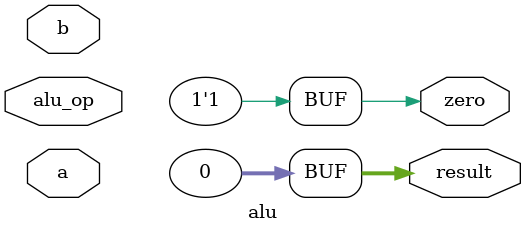
<source format=sv>
module alu (
    input  logic [31:0] a,
    input  logic [31:0] b,
    input  logic [3:0]  alu_op,
    output logic [31:0] result,
    output logic        zero
);

    assign result = 32'h0;
    assign zero = 1'b1;

endmodule

</source>
